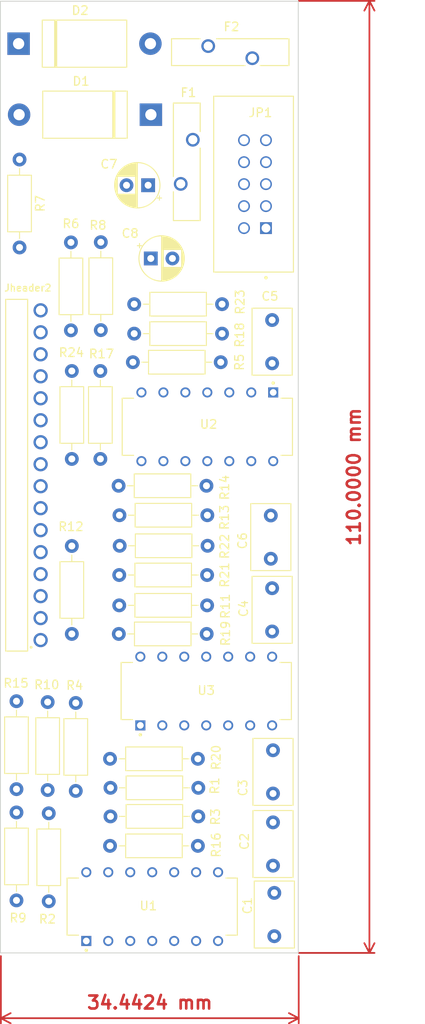
<source format=kicad_pcb>
(kicad_pcb (version 20221018) (generator pcbnew)
  (layers (0 "F.Cu" signal) (31 "B.Cu" signal) (34 "B.Paste" user) (35 "F.Paste" user) (36 "B.SilkS" user "B.Silkscreen") (37 "F.SilkS" user "F.Silkscreen") (38 "B.Mask" user) (39 "F.Mask" user) (44 "Edge.Cuts" user))
  (net 0 "")
  (net 1 "InputBus1")
  (net 2 "Output1")
  (net 3 "Output2")
  (net 4 "Output3")
  (net 5 "Output4")
  (net 6 "Output5")
  (net 7 "Output6")
  (net 8 "Output7")
  (net 9 "Output8")
  (net 10 "+12V")
  (net 11 "-12V")
  (net 12 "InputBus2")
  (net 13 "Output9")
  (net 14 "Output10")
  (net 15 "Output11")
  (net 16 "Output12")
  (net 17 "InputBus3")
  (net 18 "InputBus4")
  (net 19 "GND")
  (net 20 "+v")
  (net 21 "-v")
  (net 22 "Net-(U1-1IN-)")
  (net 23 "Net-(U1-2IN-)")
  (net 24 "Net-(U1-3IN-)")
  (net 25 "Net-(U1-4IN-)")
  (net 26 "Net-(U2-1IN-)")
  (net 27 "Net-(U2-2IN-)")
  (net 28 "Net-(U2-3IN-)")
  (net 29 "Net-(U2-4IN-)")
  (net 30 "Net-(U1-1IN+)")
  (net 31 "Net-(U1-2IN+)")
  (net 32 "Net-(U3-1IN-)")
  (net 33 "Net-(U3-4IN-)")
  (net 34 "Net-(U3-2IN-)")
  (net 35 "Net-(U1-3IN+)")
  (net 36 "Net-(U2-4IN+)")
  (net 37 "Net-(U2-3IN+)")
  (net 38 "Net-(U3-1IN+)")
  (net 39 "Net-(U3-2IN+)")
  (net 40 "Net-(U3-3IN+)")
  (net 41 "Net-(U3-4IN+)")
  (net 42 "Net-(U2-1IN+)")
  (net 43 "Net-(U2-2IN+)")
  (net 44 "Net-(U3-3IN-)")
  (footprint "Capacitor_THT:CP_Radial_D5.0mm_P2.50mm" (layer "F.Cu") (at 155.1324 74.3712)
    (fp_text reference "C8" (at -2.3876 -2.8956) (layer "F.SilkS"))
    (fp_text value "10uf" hide)
    (pad "1" thru_hole rect (at 0 0) (size 1.6 1.6) (drill 0.8) (layers "*.Cu" "*.Mask") (net 19 "GND"))
    (pad "2" thru_hole circle (at 2.5 0) (size 1.6 1.6) (drill 0.8) (layers "*.Cu" "*.Mask") (net 21 "-v"))
  )
  (footprint "Resistor_THT:R_Axial_DIN0207_L6.3mm_D2.5mm_P10.16mm_Horizontal" (layer "F.Cu") (at 161.6456 110.9472 180)
    (fp_text reference "R21" (at -2.032 0 90) (layer "F.SilkS"))
    (fp_text value "100k" hide)
    (pad "1" thru_hole circle (at 0 0 180) (size 1.6 1.6) (drill 0.8) (layers "*.Cu" "*.Mask") (net 40 "Net-(U3-3IN+)"))
    (pad "2" thru_hole oval (at 10.16 0 180) (size 1.6 1.6) (drill 0.8) (layers "*.Cu" "*.Mask") (net 18 "InputBus4"))
  )
  (footprint "Capacitor_THT:C_Disc_D7.5mm_W4.4mm_P5.00mm" (layer "F.Cu") (at 169.0116 104.0676 -90)
    (fp_text reference "C6" (at 2.921 3.2766 90) (layer "F.SilkS"))
    (fp_text value "0.1uf" hide)
    (pad "1" thru_hole circle (at 0 0 270) (size 1.6 1.6) (drill 0.8) (layers "*.Cu" "*.Mask") (net 21 "-v"))
    (pad "2" thru_hole circle (at 5 0 270) (size 1.6 1.6) (drill 0.8) (layers "*.Cu" "*.Mask") (net 19 "GND"))
  )
  (footprint "1N5349B:P2_DO-201" (layer "F.Cu") (at 147.5182 57.7596 180)
    (fp_text reference "D1" (at 0.4522 3.8608 180) (layer "F.SilkS"))
    (fp_text value "1N5394B" hide)
    (pad "1" thru_hole rect (at -7.625 0 180) (size 2.6 2.6) (drill 1.3) (layers "*.Cu" "*.Mask") (net 20 "+v"))
    (pad "2" thru_hole oval (at 7.615 0 180) (size 2.6 2.6) (drill 1.3) (layers "*.Cu" "*.Mask") (net 19 "GND"))
  )
  (footprint "TL074CN:DIP794W45P254L1969H508Q14" (layer "F.Cu") (at 161.671 93.82 -90)
    (fp_text reference "U2" (at -0.2875 -0.15) (layer "F.SilkS"))
    (fp_text value "TL074CN" hide)
    (pad "1" thru_hole rect (at -3.97 -7.62 270) (size 1.17 1.17) (drill 0.77) (layers "*.Cu" "*.Mask") (net 26 "Net-(U2-1IN-)"))
    (pad "2" thru_hole circle (at -3.97 -5.08 270) (size 1.17 1.17) (drill 0.77) (layers "*.Cu" "*.Mask") (net 26 "Net-(U2-1IN-)"))
    (pad "3" thru_hole circle (at -3.97 -2.54 270) (size 1.17 1.17) (drill 0.77) (layers "*.Cu" "*.Mask") (net 42 "Net-(U2-1IN+)"))
    (pad "4" thru_hole circle (at -3.97 0 270) (size 1.17 1.17) (drill 0.77) (layers "*.Cu" "*.Mask") (net 20 "+v"))
    (pad "5" thru_hole circle (at -3.97 2.54 270) (size 1.17 1.17) (drill 0.77) (layers "*.Cu" "*.Mask") (net 43 "Net-(U2-2IN+)"))
    (pad "6" thru_hole circle (at -3.97 5.08 270) (size 1.17 1.17) (drill 0.77) (layers "*.Cu" "*.Mask") (net 27 "Net-(U2-2IN-)"))
    (pad "7" thru_hole circle (at -3.97 7.62 270) (size 1.17 1.17) (drill 0.77) (layers "*.Cu" "*.Mask") (net 27 "Net-(U2-2IN-)"))
    (pad "8" thru_hole circle (at 3.97 7.62 270) (size 1.17 1.17) (drill 0.77) (layers "*.Cu" "*.Mask") (net 28 "Net-(U2-3IN-)"))
    (pad "9" thru_hole circle (at 3.97 5.08 270) (size 1.17 1.17) (drill 0.77) (layers "*.Cu" "*.Mask") (net 28 "Net-(U2-3IN-)"))
    (pad "10" thru_hole circle (at 3.97 2.54 270) (size 1.17 1.17) (drill 0.77) (layers "*.Cu" "*.Mask") (net 37 "Net-(U2-3IN+)"))
    (pad "11" thru_hole circle (at 3.97 0 270) (size 1.17 1.17) (drill 0.77) (layers "*.Cu" "*.Mask") (net 21 "-v"))
    (pad "12" thru_hole circle (at 3.97 -2.54 270) (size 1.17 1.17) (drill 0.77) (layers "*.Cu" "*.Mask") (net 36 "Net-(U2-4IN+)"))
    (pad "13" thru_hole circle (at 3.97 -5.08 270) (size 1.17 1.17) (drill 0.77) (layers "*.Cu" "*.Mask") (net 29 "Net-(U2-4IN-)"))
    (pad "14" thru_hole circle (at 3.97 -7.62 270) (size 1.17 1.17) (drill 0.77) (layers "*.Cu" "*.Mask") (net 29 "Net-(U2-4IN-)"))
  )
  (footprint "Resistor_THT:R_Axial_DIN0207_L6.3mm_D2.5mm_P10.16mm_Horizontal" (layer "F.Cu") (at 149.3012 97.536 90)
    (fp_text reference "R17" (at 12.1412 0.127) (layer "F.SilkS"))
    (fp_text value "100k" hide)
    (pad "1" thru_hole circle (at 0 0 90) (size 1.6 1.6) (drill 0.8) (layers "*.Cu" "*.Mask") (net 36 "Net-(U2-4IN+)"))
    (pad "2" thru_hole oval (at 10.16 0 90) (size 1.6 1.6) (drill 0.8) (layers "*.Cu" "*.Mask") (net 17 "InputBus3"))
  )
  (footprint "1761681-3:TE_1761681-3" (layer "F.Cu") (at 168.4528 70.866 90)
    (fp_text reference "JP1" (at 13.335 -0.635) (layer "F.SilkS"))
    (fp_text value "1761681-3" hide)
    (pad "1" thru_hole rect (at 0 0 90) (size 1.37 1.37) (drill 1.02) (layers "*.Cu" "*.Mask") (net 11 "-12V"))
    (pad "2" thru_hole circle (at 0 -2.54 90) (size 1.37 1.37) (drill 1.02) (layers "*.Cu" "*.Mask") (net 11 "-12V"))
    (pad "3" thru_hole circle (at 2.54 0 90) (size 1.37 1.37) (drill 1.02) (layers "*.Cu" "*.Mask") (net 19 "GND"))
    (pad "4" thru_hole circle (at 2.54 -2.54 90) (size 1.37 1.37) (drill 1.02) (layers "*.Cu" "*.Mask") (net 19 "GND"))
    (pad "5" thru_hole circle (at 5.08 0 90) (size 1.37 1.37) (drill 1.02) (layers "*.Cu" "*.Mask") (net 19 "GND"))
    (pad "6" thru_hole circle (at 5.08 -2.54 90) (size 1.37 1.37) (drill 1.02) (layers "*.Cu" "*.Mask") (net 19 "GND"))
    (pad "7" thru_hole circle (at 7.62 0 90) (size 1.37 1.37) (drill 1.02) (layers "*.Cu" "*.Mask") (net 19 "GND"))
    (pad "8" thru_hole circle (at 7.62 -2.54 90) (size 1.37 1.37) (drill 1.02) (layers "*.Cu" "*.Mask") (net 19 "GND"))
    (pad "9" thru_hole circle (at 10.16 0 90) (size 1.37 1.37) (drill 1.02) (layers "*.Cu" "*.Mask") (net 10 "+12V"))
    (pad "10" thru_hole circle (at 10.16 -2.54 90) (size 1.37 1.37) (drill 1.02) (layers "*.Cu" "*.Mask") (net 10 "+12V"))
  )
  (footprint "Resistor_THT:R_Axial_DIN0207_L6.3mm_D2.5mm_P10.16mm_Horizontal" (layer "F.Cu") (at 145.9992 107.5944 -90)
    (fp_text reference "R12" (at -2.2352 0.1016 -180) (layer "F.SilkS"))
    (fp_text value "1k" hide)
    (pad "1" thru_hole circle (at 0 0 270) (size 1.6 1.6) (drill 0.8) (layers "*.Cu" "*.Mask") (net 16 "Output12"))
    (pad "2" thru_hole oval (at 10.16 0 270) (size 1.6 1.6) (drill 0.8) (layers "*.Cu" "*.Mask") (net 33 "Net-(U3-4IN-)"))
  )
  (footprint "Resistor_THT:R_Axial_DIN0207_L6.3mm_D2.5mm_P10.16mm_Horizontal" (layer "F.Cu") (at 139.5984 148.5392 90)
    (fp_text reference "R9" (at -2.032 0.1778 180) (layer "F.SilkS"))
    (fp_text value "100k" hide)
    (pad "1" thru_hole circle (at 0 0 90) (size 1.6 1.6) (drill 0.8) (layers "*.Cu" "*.Mask") (net 30 "Net-(U1-1IN+)"))
    (pad "2" thru_hole oval (at 10.16 0 90) (size 1.6 1.6) (drill 0.8) (layers "*.Cu" "*.Mask") (net 1 "InputBus1"))
  )
  (footprint "Resistor_THT:R_Axial_DIN0207_L6.3mm_D2.5mm_P10.16mm_Horizontal" (layer "F.Cu") (at 149.352 72.4916 -90)
    (fp_text reference "R8" (at -1.9558 0.3302 -180) (layer "F.SilkS"))
    (fp_text value "1k" hide)
    (pad "1" thru_hole circle (at 0 0 270) (size 1.6 1.6) (drill 0.8) (layers "*.Cu" "*.Mask") (net 9 "Output8"))
    (pad "2" thru_hole oval (at 10.16 0 270) (size 1.6 1.6) (drill 0.8) (layers "*.Cu" "*.Mask") (net 29 "Net-(U2-4IN-)"))
  )
  (footprint "Resistor_THT:R_Axial_DIN0207_L6.3mm_D2.5mm_P10.16mm_Horizontal" (layer "F.Cu") (at 150.4696 138.8364)
    (fp_text reference "R3" (at 12.1412 0.0508 -90) (layer "F.SilkS"))
    (fp_text value "1k" hide)
    (pad "1" thru_hole circle (at 0 0) (size 1.6 1.6) (drill 0.8) (layers "*.Cu" "*.Mask") (net 4 "Output3"))
    (pad "2" thru_hole oval (at 10.16 0) (size 1.6 1.6) (drill 0.8) (layers "*.Cu" "*.Mask") (net 24 "Net-(U1-3IN-)"))
  )
  (footprint "Resistor_THT:R_Axial_DIN0207_L6.3mm_D2.5mm_P10.16mm_Horizontal" (layer "F.Cu") (at 151.4856 114.4524)
    (fp_text reference "R11" (at 12.2682 0.1016 90) (layer "F.SilkS"))
    (fp_text value "1k" hide)
    (pad "1" thru_hole circle (at 0 0) (size 1.6 1.6) (drill 0.8) (layers "*.Cu" "*.Mask") (net 13 "Output9"))
    (pad "2" thru_hole oval (at 10.16 0) (size 1.6 1.6) (drill 0.8) (layers "*.Cu" "*.Mask") (net 32 "Net-(U3-1IN-)"))
  )
  (footprint "Resistor_THT:R_Axial_DIN0207_L6.3mm_D2.5mm_P10.16mm_Horizontal" (layer "F.Cu") (at 146.4564 125.73 -90)
    (fp_text reference "R4" (at -2.032 0.127 -180) (layer "F.SilkS"))
    (fp_text value "1k" hide)
    (pad "1" thru_hole circle (at 0 0 270) (size 1.6 1.6) (drill 0.8) (layers "*.Cu" "*.Mask") (net 5 "Output4"))
    (pad "2" thru_hole oval (at 10.16 0 270) (size 1.6 1.6) (drill 0.8) (layers "*.Cu" "*.Mask") (net 25 "Net-(U1-4IN-)"))
  )
  (footprint "Resistor_THT:R_Axial_DIN0207_L6.3mm_D2.5mm_P10.16mm_Horizontal" (layer "F.Cu") (at 160.5788 132.1816 180)
    (fp_text reference "R20" (at -2.1082 0.1524 270) (layer "F.SilkS"))
    (fp_text value "100k" hide)
    (pad "1" thru_hole circle (at 0 0 180) (size 1.6 1.6) (drill 0.8) (layers "*.Cu" "*.Mask") (net 39 "Net-(U3-2IN+)"))
    (pad "2" thru_hole oval (at 10.16 0 180) (size 1.6 1.6) (drill 0.8) (layers "*.Cu" "*.Mask") (net 18 "InputBus4"))
  )
  (footprint "72R020XU:FUSRB510W81L1358T310H1980" (layer "F.Cu") (at 159.2946 63.2052 -90)
    (fp_text reference "F1" (at -7.991 -0.189) (layer "F.SilkS") (effects (font (size 1.000803 1.000803))))
    (fp_text value "type=\"R\" model=\"Polyfuse\" lib=\"\"" hide)
    (pad "1" thru_hole circle (at -2.55 -0.7 270) (size 1.59 1.59) (drill 1.06) (layers "*.Cu" "*.Mask") (net 20 "+v"))
    (pad "2" thru_hole circle (at 2.55 0.7 270) (size 1.59 1.59) (drill 1.06) (layers "*.Cu" "*.Mask") (net 10 "+12V"))
  )
  (footprint "Resistor_THT:R_Axial_DIN0207_L6.3mm_D2.5mm_P10.16mm_Horizontal" (layer "F.Cu") (at 160.5788 142.24 180)
    (fp_text reference "R16" (at -2.1082 0.1016 270) (layer "F.SilkS"))
    (fp_text value "100k" hide)
    (pad "1" thru_hole circle (at 0 0 180) (size 1.6 1.6) (drill 0.8) (layers "*.Cu" "*.Mask") (net 35 "Net-(U1-3IN+)"))
    (pad "2" thru_hole oval (at 10.16 0 180) (size 1.6 1.6) (drill 0.8) (layers "*.Cu" "*.Mask") (net 1 "InputBus1"))
  )
  (footprint "Resistor_THT:R_Axial_DIN0207_L6.3mm_D2.5mm_P10.16mm_Horizontal" (layer "F.Cu") (at 161.5948 117.7544 180)
    (fp_text reference "R19" (at -2.1844 0.0508 90) (layer "F.SilkS"))
    (fp_text value "100k" hide)
    (pad "1" thru_hole circle (at 0 0 180) (size 1.6 1.6) (drill 0.8) (layers "*.Cu" "*.Mask") (net 38 "Net-(U3-1IN+)"))
    (pad "2" thru_hole oval (at 10.16 0 180) (size 1.6 1.6) (drill 0.8) (layers "*.Cu" "*.Mask") (net 17 "InputBus3"))
  )
  (footprint "61301611021:61301611021" (layer "F.Cu") (at 142.3924 99.4156 -90)
    (fp_text reference "Jheader2" (at -21.6408 1.4732 -180) (layer "F.SilkS") (effects (font (size 0.8 0.8))))
    (fp_text value "61301611021" hide)
    (pad "1" thru_hole circle (at 19.05 0 270) (size 1.65 1.65) (drill 1.1) (layers "*.Cu" "*.Mask") (net 1 "InputBus1"))
    (pad "2" thru_hole circle (at 16.51 0 270) (size 1.65 1.65) (drill 1.1) (layers "*.Cu" "*.Mask") (net 12 "InputBus2"))
    (pad "3" thru_hole circle (at 13.97 0 270) (size 1.65 1.65) (drill 1.1) (layers "*.Cu" "*.Mask") (net 2 "Output1"))
    (pad "4" thru_hole circle (at 11.43 0 270) (size 1.65 1.65) (drill 1.1) (layers "*.Cu" "*.Mask") (net 3 "Output2"))
    (pad "5" thru_hole circle (at 8.89 0 270) (size 1.65 1.65) (drill 1.1) (layers "*.Cu" "*.Mask") (net 4 "Output3"))
    (pad "6" thru_hole circle (at 6.35 0 270) (size 1.65 1.65) (drill 1.1) (layers "*.Cu" "*.Mask") (net 5 "Output4"))
    (pad "7" thru_hole circle (at 3.81 0 270) (size 1.65 1.65) (drill 1.1) (layers "*.Cu" "*.Mask") (net 13 "Output9"))
    (pad "8" thru_hole circle (at 1.27 0 270) (size 1.65 1.65) (drill 1.1) (layers "*.Cu" "*.Mask") (net 14 "Output10"))
    (pad "9" thru_hole circle (at -1.27 0 270) (size 1.65 1.65) (drill 1.1) (layers "*.Cu" "*.Mask") (net 17 "InputBus3"))
    (pad "10" thru_hole circle (at -3.81 0 270) (size 1.65 1.65) (drill 1.1) (layers "*.Cu" "*.Mask") (net 18 "InputBus4"))
    (pad "11" thru_hole circle (at -6.35 0 270) (size 1.65 1.65) (drill 1.1) (layers "*.Cu" "*.Mask") (net 8 "Output7"))
    (pad "12" thru_hole circle (at -8.89 0 270) (size 1.65 1.65) (drill 1.1) (layers "*.Cu" "*.Mask") (net 6 "Output5"))
    (pad "13" thru_hole circle (at -11.43 0 270) (size 1.65 1.65) (drill 1.1) (layers "*.Cu" "*.Mask") (net 9 "Output8"))
    (pad "14" thru_hole circle (at -13.97 0 270) (size 1.65 1.65) (drill 1.1) (layers "*.Cu" "*.Mask") (net 7 "Output6"))
    (pad "15" thru_hole circle (at -16.51 0 270) (size 1.65 1.65) (drill 1.1) (layers "*.Cu" "*.Mask") (net 15 "Output11"))
    (pad "16" thru_hole circle (at -19.05 0 270) (size 1.65 1.65) (drill 1.1) (layers "*.Cu" "*.Mask") (net 16 "Output12"))
  )
  (footprint "Resistor_THT:R_Axial_DIN0207_L6.3mm_D2.5mm_P10.16mm_Horizontal" (layer "F.Cu") (at 145.9992 87.376 -90)
    (fp_text reference "R24" (at -2.1336 0.0508 -180) (layer "F.SilkS"))
    (fp_text value "100k" hide)
    (pad "1" thru_hole circle (at 0 0 270) (size 1.6 1.6) (drill 0.8) (layers "*.Cu" "*.Mask") (net 12 "InputBus2"))
    (pad "2" thru_hole oval (at 10.16 0 270) (size 1.6 1.6) (drill 0.8) (layers "*.Cu" "*.Mask") (net 43 "Net-(U2-2IN+)"))
  )
  (footprint "Resistor_THT:R_Axial_DIN0207_L6.3mm_D2.5mm_P10.16mm_Horizontal" (layer "F.Cu") (at 161.6964 107.569 180)
    (fp_text reference "R22" (at -1.9812 -0.0762 90) (layer "F.SilkS"))
    (fp_text value "100k" hide)
    (pad "1" thru_hole circle (at 0 0 180) (size 1.6 1.6) (drill 0.8) (layers "*.Cu" "*.Mask") (net 41 "Net-(U3-4IN+)"))
    (pad "2" thru_hole oval (at 10.16 0 180) (size 1.6 1.6) (drill 0.8) (layers "*.Cu" "*.Mask") (net 18 "InputBus4"))
  )
  (footprint "Resistor_THT:R_Axial_DIN0207_L6.3mm_D2.5mm_P10.16mm_Horizontal" (layer "F.Cu") (at 139.5984 135.6868 90)
    (fp_text reference "R15" (at 12.2428 -0.0508 180) (layer "F.SilkS"))
    (fp_text value "1M" hide)
    (pad "1" thru_hole circle (at 0 0 90) (size 1.6 1.6) (drill 0.8) (layers "*.Cu" "*.Mask") (net 1 "InputBus1"))
    (pad "2" thru_hole oval (at 10.16 0 90) (size 1.6 1.6) (drill 0.8) (layers "*.Cu" "*.Mask") (net 19 "GND"))
  )
  (footprint "Resistor_THT:R_Axial_DIN0207_L6.3mm_D2.5mm_P10.16mm_Horizontal" (layer "F.Cu") (at 163.3728 83.058 180)
    (fp_text reference "R18" (at -2.032 -0.1524 270) (layer "F.SilkS"))
    (fp_text value "100k" hide)
    (pad "1" thru_hole circle (at 0 0 180) (size 1.6 1.6) (drill 0.8) (layers "*.Cu" "*.Mask") (net 37 "Net-(U2-3IN+)"))
    (pad "2" thru_hole oval (at 10.16 0 180) (size 1.6 1.6) (drill 0.8) (layers "*.Cu" "*.Mask") (net 17 "InputBus3"))
  )
  (footprint "Resistor_THT:R_Axial_DIN0207_L6.3mm_D2.5mm_P10.16mm_Horizontal" (layer "F.Cu") (at 145.8976 82.677 90)
    (fp_text reference "R6" (at 12.319 0) (layer "F.SilkS"))
    (fp_text value "1k" hide)
    (pad "1" thru_hole circle (at 0 0 90) (size 1.6 1.6) (drill 0.8) (layers "*.Cu" "*.Mask") (net 7 "Output6"))
    (pad "2" thru_hole oval (at 10.16 0 90) (size 1.6 1.6) (drill 0.8) (layers "*.Cu" "*.Mask") (net 27 "Net-(U2-2IN-)"))
  )
  (footprint "Capacitor_THT:C_Disc_D7.5mm_W4.4mm_P5.00mm" (layer "F.Cu") (at 169.2656 131.1948 -90)
    (fp_text reference "C3" (at 4.3434 3.4798 90) (layer "F.SilkS"))
    (fp_text value "0.1uf" hide)
    (pad "1" thru_hole circle (at 0 0 270) (size 1.6 1.6) (drill 0.8) (layers "*.Cu" "*.Mask") (net 20 "+v"))
    (pad "2" thru_hole circle (at 5 0 270) (size 1.6 1.6) (drill 0.8) (layers "*.Cu" "*.Mask") (net 19 "GND"))
  )
  (footprint "Capacitor_THT:C_Disc_D7.5mm_W4.4mm_P5.00mm" (layer "F.Cu") (at 169.418 152.6756 90)
    (fp_text reference "C1" (at 3.516 -3.0988 90) (layer "F.SilkS"))
    (fp_text value "0.1uf" hide)
    (pad "1" thru_hole circle (at 0 0 90) (size 1.6 1.6) (drill 0.8) (layers "*.Cu" "*.Mask") (net 20 "+v"))
    (pad "2" thru_hole circle (at 5 0 90) (size 1.6 1.6) (drill 0.8) (layers "*.Cu" "*.Mask") (net 19 "GND"))
  )
  (footprint "Resistor_THT:R_Axial_DIN0207_L6.3mm_D2.5mm_P10.16mm_Horizontal" (layer "F.Cu") (at 143.3322 138.4808 -90)
    (fp_text reference "R2" (at 12.2174 0.1524) (layer "F.SilkS"))
    (fp_text value "1k" hide)
    (pad "1" thru_hole circle (at 0 0 270) (size 1.6 1.6) (drill 0.8) (layers "*.Cu" "*.Mask") (net 3 "Output2"))
    (pad "2" thru_hole oval (at 10.16 0 270) (size 1.6 1.6) (drill 0.8) (layers "*.Cu" "*.Mask") (net 23 "Net-(U1-2IN-)"))
  )
  (footprint "TL074CN:DIP794W45P254L1969H508Q14" (layer "F.Cu") (at 161.544 124.3508 90)
    (fp_text reference "U3" (at 0.0625 0) (layer "F.SilkS"))
    (fp_text value "TL074CN" hide)
    (pad "1" thru_hole rect (at -3.97 -7.62 90) (size 1.17 1.17) (drill 0.77) (layers "*.Cu" "*.Mask") (net 32 "Net-(U3-1IN-)"))
    (pad "2" thru_hole circle (at -3.97 -5.08 90) (size 1.17 1.17) (drill 0.77) (layers "*.Cu" "*.Mask") (net 32 "Net-(U3-1IN-)"))
    (pad "3" thru_hole circle (at -3.97 -2.54 90) (size 1.17 1.17) (drill 0.77) (layers "*.Cu" "*.Mask") (net 38 "Net-(U3-1IN+)"))
    (pad "4" thru_hole circle (at -3.97 0 90) (size 1.17 1.17) (drill 0.77) (layers "*.Cu" "*.Mask") (net 20 "+v"))
    (pad "5" thru_hole circle (at -3.97 2.54 90) (size 1.17 1.17) (drill 0.77) (layers "*.Cu" "*.Mask") (net 39 "Net-(U3-2IN+)"))
    (pad "6" thru_hole circle (at -3.97 5.08 90) (size 1.17 1.17) (drill 0.77) (layers "*.Cu" "*.Mask") (net 34 "Net-(U3-2IN-)"))
    (pad "7" thru_hole circle (at -3.97 7.62 90) (size 1.17 1.17) (drill 0.77) (layers "*.Cu" "*.Mask") (net 34 "Net-(U3-2IN-)"))
    (pad "8" thru_hole circle (at 3.97 7.62 90) (size 1.17 1.17) (drill 0.77) (layers "*.Cu" "*.Mask") (net 44 "Net-(U3-3IN-)"))
    (pad "9" thru_hole circle (at 3.97 5.08 90) (size 1.17 1.17) (drill 0.77) (layers "*.Cu" "*.Mask") (net 44 "Net-(U3-3IN-)"))
    (pad "10" thru_hole circle (at 3.97 2.54 90) (size 1.17 1.17) (drill 0.77) (layers "*.Cu" "*.Mask") (net 40 "Net-(U3-3IN+)"))
    (pad "11" thru_hole circle (at 3.97 0 90) (size 1.17 1.17) (drill 0.77) (layers "*.Cu" "*.Mask") (net 21 "-v"))
    (pad "12" thru_hole circle (at 3.97 -2.54 90) (size 1.17 1.17) (drill 0.77) (layers "*.Cu" "*.Mask") (net 41 "Net-(U3-4IN+)"))
    (pad "13" thru_hole circle (at 3.97 -5.08 90) (size 1.17 1.17) (drill 0.77) (layers "*.Cu" "*.Mask") (net 33 "Net-(U3-4IN-)"))
    (pad "14" thru_hole circle (at 3.97 -7.62 90) (size 1.17 1.17) (drill 0.77) (layers "*.Cu" "*.Mask") (net 33 "Net-(U3-4IN-)"))
  )
  (footprint "Resistor_THT:R_Axial_DIN0207_L6.3mm_D2.5mm_P10.16mm_Horizontal" (layer "F.Cu") (at 139.954 73.1012 90)
    (fp_text reference "R7" (at 5.08 2.3876 90) (layer "F.SilkS"))
    (fp_text value "1k" hide)
    (pad "1" thru_hole circle (at 0 0 90) (size 1.6 1.6) (drill 0.8) (layers "*.Cu" "*.Mask") (net 8 "Output7"))
    (pad "2" thru_hole oval (at 10.16 0 90) (size 1.6 1.6) (drill 0.8) (layers "*.Cu" "*.Mask") (net 28 "Net-(U2-3IN-)"))
  )
  (footprint "Capacitor_THT:CP_Radial_D5.0mm_P2.50mm" (layer "F.Cu") (at 154.824313 65.913 180)
    (fp_text reference "C7" (at 4.532513 2.4384) (layer "F.SilkS"))
    (fp_text value "10uf" hide)
    (pad "1" thru_hole rect (at 0 0 180) (size 1.6 1.6) (drill 0.8) (layers "*.Cu" "*.Mask") (net 20 "+v"))
    (pad "2" thru_hole circle (at 2.5 0 180) (size 1.6 1.6) (drill 0.8) (layers "*.Cu" "*.Mask") (net 19 "GND"))
  )
  (footprint "1N5349B:P2_DO-201" (layer "F.Cu") (at 147.4724 49.5554)
    (fp_text reference "D2" (at -0.508 -3.8354 180) (layer "F.SilkS"))
    (fp_text value "1N5349B" hide)
    (pad "1" thru_hole rect (at -7.625 0) (size 2.6 2.6) (drill 1.3) (layers "*.Cu" "*.Mask") (net 19 "GND"))
    (pad "2" thru_hole oval (at 7.615 0) (size 2.6 2.6) (drill 1.3) (layers "*.Cu" "*.Mask") (net 21 "-v"))
  )
  (footprint "Capacitor_THT:C_Disc_D7.5mm_W4.4mm_P5.00mm" (layer "F.Cu") (at 169.164 117.4712 90)
    (fp_text reference "C4" (at 2.6416 -3.302 90) (layer "F.SilkS"))
    (fp_text value "0.1uf" hide)
    (pad "1" thru_hole circle (at 0 0 90) (size 1.6 1.6) (drill 0.8) (layers "*.Cu" "*.Mask") (net 21 "-v"))
    (pad "2" thru_hole circle (at 5 0 90) (size 1.6 1.6) (drill 0.8) (layers "*.Cu" "*.Mask") (net 19 "GND"))
  )
  (footprint "Resistor_THT:R_Axial_DIN0207_L6.3mm_D2.5mm_P10.16mm_Horizontal" (layer "F.Cu") (at 150.4696 135.5344)
    (fp_text reference "R1" (at 12.065 -0.2286 -90) (layer "F.SilkS"))
    (fp_text value "1k" hide)
    (pad "1" thru_hole circle (at 0 0) (size 1.6 1.6) (drill 0.8) (layers "*.Cu" "*.Mask") (net 2 "Output1"))
    (pad "2" thru_hole oval (at 10.16 0) (size 1.6 1.6) (drill 0.8) (layers "*.Cu" "*.Mask") (net 22 "Net-(U1-1IN-)"))
  )
  (footprint "TL074CN:DIP794W45P254L1969H508Q14" (layer "F.Cu") (at 155.2956 149.258 90)
    (fp_text reference "U1" (at 0.0838 -0.4452) (layer "F.SilkS"))
    (fp_text value "TL074CN" hide)
    (pad "1" thru_hole rect (at -3.97 -7.62 90) (size 1.17 1.17) (drill 0.77) (layers "*.Cu" "*.Mask") (net 22 "Net-(U1-1IN-)"))
    (pad "2" thru_hole circle (at -3.97 -5.08 90) (size 1.17 1.17) (drill 0.77) (layers "*.Cu" "*.Mask") (net 22 "Net-(U1-1IN-)"))
    (pad "3" thru_hole circle (at -3.97 -2.54 90) (size 1.17 1.17) (drill 0.77) (layers "*.Cu" "*.Mask") (net 30 "Net-(U1-1IN+)"))
    (pad "4" thru_hole circle (at -3.97 0 90) (size 1.17 1.17) (drill 0.77) (layers "*.Cu" "*.Mask") (net 20 "+v"))
    (pad "5" thru_hole circle (at -3.97 2.54 90) (size 1.17 1.17) (drill 0.77) (layers "*.Cu" "*.Mask") (net 31 "Net-(U1-2IN+)"))
    (pad "6" thru_hole circle (at -3.97 5.08 90) (size 1.17 1.17) (drill 0.77) (layers "*.Cu" "*.Mask") (net 23 "Net-(U1-2IN-)"))
    (pad "7" thru_hole circle (at -3.97 7.62 90) (size 1.17 1.17) (drill 0.77) (layers "*.Cu" "*.Mask") (net 23 "Net-(U1-2IN-)"))
    (pad "8" thru_hole circle (at 3.97 7.62 90) (size 1.17 1.17) (drill 0.77) (layers "*.Cu" "*.Mask") (net 24 "Net-(U1-3IN-)"))
    (pad "9" thru_hole circle (at 3.97 5.08 90) (size 1.17 1.17) (drill 0.77) (layers "*.Cu" "*.Mask") (net 24 "Net-(U1-3IN-)"))
    (pad "10" thru_hole circle (at 3.97 2.54 90) (size 1.17 1.17) (drill 0.77) (layers "*.Cu" "*.Mask") (net 35 "Net-(U1-3IN+)"))
    (pad "11" thru_hole circle (at 3.97 0 90) (size 1.17 1.17) (drill 0.77) (layers "*.Cu" "*.Mask") (net 21 "-v"))
    (pad "12" thru_hole circle (at 3.97 -2.54 90) (size 1.17 1.17) (drill 0.77) (layers "*.Cu" "*.Mask") (net 12 "InputBus2"))
    (pad "13" thru_hole circle (at 3.97 -5.08 90) (size 1.17 1.17) (drill 0.77) (layers "*.Cu" "*.Mask") (net 25 "Net-(U1-4IN-)"))
    (pad "14" thru_hole circle (at 3.97 -7.62 90) (size 1.17 1.17) (drill 0.77) (layers "*.Cu" "*.Mask") (net 25 "Net-(U1-4IN-)"))
  )
  (footprint "Capacitor_THT:C_Disc_D7.5mm_W4.4mm_P5.00mm" (layer "F.Cu") (at 169.164 86.487 90)
    (fp_text reference "C5" (at 7.747 -0.254 180) (layer "F.SilkS"))
    (fp_text value "0.1uf" hide)
    (pad "1" thru_hole circle (at 0 0 90) (size 1.6 1.6) (drill 0.8) (layers "*.Cu" "*.Mask") (net 20 "+v"))
    (pad "2" thru_hole circle (at 5 0 90) (size 1.6 1.6) (drill 0.8) (layers "*.Cu" "*.Mask") (net 19 "GND"))
  )
  (footprint "Resistor_THT:R_Axial_DIN0207_L6.3mm_D2.5mm_P10.16mm_Horizontal" (layer "F.Cu") (at 151.511 104.0384)
    (fp_text reference "R13" (at 12.1412 0.2502 -90) (layer "F.SilkS"))
    (fp_text value "1k" hide)
    (pad "1" thru_hole circle (at 0 0) (size 1.6 1.6) (drill 0.8) (layers "*.Cu" "*.Mask") (net 15 "Output11"))
    (pad "2" thru_hole oval (at 10.16 0) (size 1.6 1.6) (drill 0.8) (layers "*.Cu" "*.Mask") (net 33 "Net-(U3-4IN-)"))
  )
  (footprint "Resistor_THT:R_Axial_DIN0207_L6.3mm_D2.5mm_P10.16mm_Horizontal" (layer "F.Cu") (at 143.2052 135.7884 90)
    (fp_text reference "R10" (at 12.1666 -0.1016 180) (layer "F.SilkS"))
    (fp_text value "100k" hide)
    (pad "1" thru_hole circle (at 0 0 90) (size 1.6 1.6) (drill 0.8) (layers "*.Cu" "*.Mask") (net 31 "Net-(U1-2IN+)"))
    (pad "2" thru_hole oval (at 10.16 0 90) (size 1.6 1.6) (drill 0.8) (layers "*.Cu" "*.Mask") (net 1 "InputBus1"))
  )
  (footprint "Resistor_THT:R_Axial_DIN0207_L6.3mm_D2.5mm_P10.16mm_Horizontal" (layer "F.Cu") (at 151.4094 100.6348)
    (fp_text reference "R14" (at 12.2682 0.2032 90) (layer "F.SilkS"))
    (fp_text value "1k" hide)
    (pad "1" thru_hole circle (at 0 0) (size 1.6 1.6) (drill 0.8) (layers "*.Cu" "*.Mask") (net 14 "Output10"))
    (pad "2" thru_hole oval (at 10.16 0) (size 1.6 1.6) (drill 0.8) (layers "*.Cu" "*.Mask") (net 34 "Net-(U3-2IN-)"))
  )
  (footprint "72R020XU:FUSRB510W81L1358T310H1980" (layer "F.Cu") (at 164.3226 50.5348)
    (fp_text reference "F2" (at 0.1424 -2.9352 180) (layer "F.SilkS") (effects (font (size 1.000803 1.000803))))
    (fp_text value "type=\"R\" model=\"Polyfuse\" lib=\"\"" hide)
    (pad "1" thru_hole circle (at -2.55 -0.7) (size 1.59 1.59) (drill 1.06) (layers "*.Cu" "*.Mask") (net 21 "-v"))
    (pad "2" thru_hole circle (at 2.55 0.7) (size 1.59 1.59) (drill 1.06) (layers "*.Cu" "*.Mask") (net 11 "-12V"))
  )
  (footprint "Capacitor_THT:C_Disc_D7.5mm_W4.4mm_P5.00mm" (layer "F.Cu") (at 169.2656 144.526 90)
    (fp_text reference "C2" (at 2.794 -3.302 90) (layer "F.SilkS"))
    (fp_text value "0.1uf" hide)
    (pad "1" thru_hole circle (at 0 0 90) (size 1.6 1.6) (drill 0.8) (layers "*.Cu" "*.Mask") (net 21 "-v"))
    (pad "2" thru_hole circle (at 5 0 90) (size 1.6 1.6) (drill 0.8) (layers "*.Cu" "*.Mask") (net 19 "GND"))
  )
  (footprint "Resistor_THT:R_Axial_DIN0207_L6.3mm_D2.5mm_P10.16mm_Horizontal" (layer "F.Cu") (at 153.0604 86.36)
    (fp_text reference "R5" (at 12.319 0 -90) (layer "F.SilkS"))
    (fp_text value "1k" hide)
    (pad "1" thru_hole circle (at 0 0) (size 1.6 1.6) (drill 0.8) (layers "*.Cu" "*.Mask") (net 6 "Output5"))
    (pad "2" thru_hole oval (at 10.16 0) (size 1.6 1.6) (drill 0.8) (layers "*.Cu" "*.Mask") (net 26 "Net-(U2-1IN-)"))
  )
  (footprint "Resistor_THT:R_Axial_DIN0207_L6.3mm_D2.5mm_P10.16mm_Horizontal" (layer "F.Cu") (at 153.2128 79.6544)
    (fp_text reference "R23" (at 12.2428 -0.254 90) (layer "F.SilkS"))
    (fp_text value "100k" hide)
    (pad "1" thru_hole circle (at 0 0) (size 1.6 1.6) (drill 0.8) (layers "*.Cu" "*.Mask") (net 12 "InputBus2"))
    (pad "2" thru_hole oval (at 10.16 0) (size 1.6 1.6) (drill 0.8) (layers "*.Cu" "*.Mask") (net 42 "Net-(U2-1IN+)"))
  )
  (gr_rect (start 137.7442 44.6532) (end 172.1866 154.6098) (stroke (width 0.1)) (fill none) (layer "Edge.Cuts"))
  (dimension (type aligned) (layer "F.Cu") (pts (xy 137.795 154.4828) (xy 172.2374 154.4828)) (height 7.6708) (gr_text "34.4424 mm" (at 155.0162 160.3536) (layer "F.Cu") (effects (font (size 1.5 1.5) (thickness 0.3)))) (format (prefix "") (suffix "") (units 3) (units_format 1) (precision 4)) (style (thickness 0.2) (arrow_length 1.27) (text_position_mode 0) (extension_height 0.58642) (extension_offset 0.5) keep_text_aligned))
  (dimension (type aligned) (layer "F.Cu") (pts (xy 171.7562 154.6098) (xy 171.7562 44.6098)) (height 8.66) (gr_text "110.0000 mm" (at 178.6162 99.6098 90) (layer "F.Cu") (effects (font (size 1.5 1.5) (thickness 0.3)))) (format (prefix "") (suffix "") (units 3) (units_format 1) (precision 4)) (style (thickness 0.2) (arrow_length 1.27) (text_position_mode 0) (extension_height 0.58642) (extension_offset 0.5) keep_text_aligned))
)
</source>
